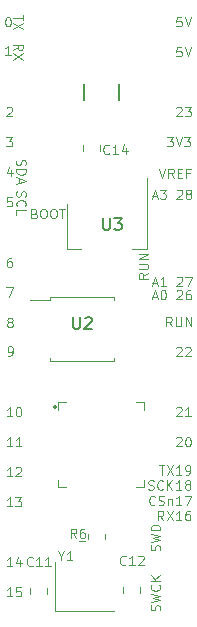
<source format=gto>
%TF.GenerationSoftware,KiCad,Pcbnew,(6.0.4)*%
%TF.CreationDate,2022-11-10T18:02:23+09:00*%
%TF.ProjectId,rp2040-test,72703230-3430-42d7-9465-73742e6b6963,rev?*%
%TF.SameCoordinates,Original*%
%TF.FileFunction,Legend,Top*%
%TF.FilePolarity,Positive*%
%FSLAX46Y46*%
G04 Gerber Fmt 4.6, Leading zero omitted, Abs format (unit mm)*
G04 Created by KiCad (PCBNEW (6.0.4)) date 2022-11-10 18:02:23*
%MOMM*%
%LPD*%
G01*
G04 APERTURE LIST*
%ADD10C,0.120000*%
%ADD11C,0.150000*%
%ADD12C,0.200000*%
G04 APERTURE END LIST*
D10*
X116459000Y-76962000D02*
X116967000Y-76962000D01*
X123890285Y-42741904D02*
X124385523Y-42741904D01*
X124118857Y-43046666D01*
X124233142Y-43046666D01*
X124309333Y-43084761D01*
X124347428Y-43122857D01*
X124385523Y-43199047D01*
X124385523Y-43389523D01*
X124347428Y-43465714D01*
X124309333Y-43503809D01*
X124233142Y-43541904D01*
X124004571Y-43541904D01*
X123928380Y-43503809D01*
X123890285Y-43465714D01*
X124614095Y-42741904D02*
X124880761Y-43541904D01*
X125147428Y-42741904D01*
X125337904Y-42741904D02*
X125833142Y-42741904D01*
X125566476Y-43046666D01*
X125680761Y-43046666D01*
X125756952Y-43084761D01*
X125795047Y-43122857D01*
X125833142Y-43199047D01*
X125833142Y-43389523D01*
X125795047Y-43465714D01*
X125756952Y-43503809D01*
X125680761Y-43541904D01*
X125452190Y-43541904D01*
X125376000Y-43503809D01*
X125337904Y-43465714D01*
X123259809Y-82827619D02*
X123297904Y-82713333D01*
X123297904Y-82522857D01*
X123259809Y-82446666D01*
X123221714Y-82408571D01*
X123145523Y-82370476D01*
X123069333Y-82370476D01*
X122993142Y-82408571D01*
X122955047Y-82446666D01*
X122916952Y-82522857D01*
X122878857Y-82675238D01*
X122840761Y-82751428D01*
X122802666Y-82789523D01*
X122726476Y-82827619D01*
X122650285Y-82827619D01*
X122574095Y-82789523D01*
X122536000Y-82751428D01*
X122497904Y-82675238D01*
X122497904Y-82484761D01*
X122536000Y-82370476D01*
X122497904Y-82103809D02*
X123297904Y-81913333D01*
X122726476Y-81760952D01*
X123297904Y-81608571D01*
X122497904Y-81418095D01*
X123221714Y-80656190D02*
X123259809Y-80694285D01*
X123297904Y-80808571D01*
X123297904Y-80884761D01*
X123259809Y-80999047D01*
X123183619Y-81075238D01*
X123107428Y-81113333D01*
X122955047Y-81151428D01*
X122840761Y-81151428D01*
X122688380Y-81113333D01*
X122612190Y-81075238D01*
X122536000Y-80999047D01*
X122497904Y-80884761D01*
X122497904Y-80808571D01*
X122536000Y-80694285D01*
X122574095Y-80656190D01*
X123297904Y-80313333D02*
X122497904Y-80313333D01*
X123297904Y-79856190D02*
X122840761Y-80199047D01*
X122497904Y-79856190D02*
X122955047Y-80313333D01*
X110720333Y-52961904D02*
X110567952Y-52961904D01*
X110491761Y-53000000D01*
X110453666Y-53038095D01*
X110377476Y-53152380D01*
X110339380Y-53304761D01*
X110339380Y-53609523D01*
X110377476Y-53685714D01*
X110415571Y-53723809D01*
X110491761Y-53761904D01*
X110644142Y-53761904D01*
X110720333Y-53723809D01*
X110758428Y-53685714D01*
X110796523Y-53609523D01*
X110796523Y-53419047D01*
X110758428Y-53342857D01*
X110720333Y-53304761D01*
X110644142Y-53266666D01*
X110491761Y-53266666D01*
X110415571Y-53304761D01*
X110377476Y-53342857D01*
X110339380Y-53419047D01*
X110720333Y-45548571D02*
X110720333Y-46081904D01*
X110529857Y-45243809D02*
X110339380Y-45815238D01*
X110834619Y-45815238D01*
X110796523Y-68941904D02*
X110339380Y-68941904D01*
X110567952Y-68941904D02*
X110567952Y-68141904D01*
X110491761Y-68256190D01*
X110415571Y-68332380D01*
X110339380Y-68370476D01*
X111558428Y-68941904D02*
X111101285Y-68941904D01*
X111329857Y-68941904D02*
X111329857Y-68141904D01*
X111253666Y-68256190D01*
X111177476Y-68332380D01*
X111101285Y-68370476D01*
X110796523Y-71481904D02*
X110339380Y-71481904D01*
X110567952Y-71481904D02*
X110567952Y-70681904D01*
X110491761Y-70796190D01*
X110415571Y-70872380D01*
X110339380Y-70910476D01*
X111101285Y-70758095D02*
X111139380Y-70720000D01*
X111215571Y-70681904D01*
X111406047Y-70681904D01*
X111482238Y-70720000D01*
X111520333Y-70758095D01*
X111558428Y-70834285D01*
X111558428Y-70910476D01*
X111520333Y-71024761D01*
X111063190Y-71481904D01*
X111558428Y-71481904D01*
X123217190Y-45408904D02*
X123483857Y-46208904D01*
X123750523Y-45408904D01*
X124474333Y-46208904D02*
X124207666Y-45827952D01*
X124017190Y-46208904D02*
X124017190Y-45408904D01*
X124321952Y-45408904D01*
X124398142Y-45447000D01*
X124436238Y-45485095D01*
X124474333Y-45561285D01*
X124474333Y-45675571D01*
X124436238Y-45751761D01*
X124398142Y-45789857D01*
X124321952Y-45827952D01*
X124017190Y-45827952D01*
X124817190Y-45789857D02*
X125083857Y-45789857D01*
X125198142Y-46208904D02*
X124817190Y-46208904D01*
X124817190Y-45408904D01*
X125198142Y-45408904D01*
X125807666Y-45789857D02*
X125541000Y-45789857D01*
X125541000Y-46208904D02*
X125541000Y-45408904D01*
X125921952Y-45408904D01*
X110301285Y-55461904D02*
X110834619Y-55461904D01*
X110491761Y-56261904D01*
X110758428Y-47821904D02*
X110377476Y-47821904D01*
X110339380Y-48202857D01*
X110377476Y-48164761D01*
X110453666Y-48126666D01*
X110644142Y-48126666D01*
X110720333Y-48164761D01*
X110758428Y-48202857D01*
X110796523Y-48279047D01*
X110796523Y-48469523D01*
X110758428Y-48545714D01*
X110720333Y-48583809D01*
X110644142Y-48621904D01*
X110453666Y-48621904D01*
X110377476Y-48583809D01*
X110339380Y-48545714D01*
X122281904Y-54265380D02*
X121900952Y-54532047D01*
X122281904Y-54722523D02*
X121481904Y-54722523D01*
X121481904Y-54417761D01*
X121520000Y-54341571D01*
X121558095Y-54303476D01*
X121634285Y-54265380D01*
X121748571Y-54265380D01*
X121824761Y-54303476D01*
X121862857Y-54341571D01*
X121900952Y-54417761D01*
X121900952Y-54722523D01*
X121481904Y-53922523D02*
X122129523Y-53922523D01*
X122205714Y-53884428D01*
X122243809Y-53846333D01*
X122281904Y-53770142D01*
X122281904Y-53617761D01*
X122243809Y-53541571D01*
X122205714Y-53503476D01*
X122129523Y-53465380D01*
X121481904Y-53465380D01*
X122281904Y-53084428D02*
X121481904Y-53084428D01*
X122281904Y-52627285D01*
X121481904Y-52627285D01*
X110890095Y-35396619D02*
X111271047Y-35129952D01*
X110890095Y-34939476D02*
X111690095Y-34939476D01*
X111690095Y-35244238D01*
X111652000Y-35320428D01*
X111613904Y-35358523D01*
X111537714Y-35396619D01*
X111423428Y-35396619D01*
X111347238Y-35358523D01*
X111309142Y-35320428D01*
X111271047Y-35244238D01*
X111271047Y-34939476D01*
X111690095Y-35663285D02*
X110890095Y-36196619D01*
X111690095Y-36196619D02*
X110890095Y-35663285D01*
X123259809Y-77747619D02*
X123297904Y-77633333D01*
X123297904Y-77442857D01*
X123259809Y-77366666D01*
X123221714Y-77328571D01*
X123145523Y-77290476D01*
X123069333Y-77290476D01*
X122993142Y-77328571D01*
X122955047Y-77366666D01*
X122916952Y-77442857D01*
X122878857Y-77595238D01*
X122840761Y-77671428D01*
X122802666Y-77709523D01*
X122726476Y-77747619D01*
X122650285Y-77747619D01*
X122574095Y-77709523D01*
X122536000Y-77671428D01*
X122497904Y-77595238D01*
X122497904Y-77404761D01*
X122536000Y-77290476D01*
X122497904Y-77023809D02*
X123297904Y-76833333D01*
X122726476Y-76680952D01*
X123297904Y-76528571D01*
X122497904Y-76338095D01*
X123297904Y-76033333D02*
X122497904Y-76033333D01*
X122497904Y-75842857D01*
X122536000Y-75728571D01*
X122612190Y-75652380D01*
X122688380Y-75614285D01*
X122840761Y-75576190D01*
X122955047Y-75576190D01*
X123107428Y-75614285D01*
X123183619Y-75652380D01*
X123259809Y-75728571D01*
X123297904Y-75842857D01*
X123297904Y-76033333D01*
X110339380Y-40278095D02*
X110377476Y-40240000D01*
X110453666Y-40201904D01*
X110644142Y-40201904D01*
X110720333Y-40240000D01*
X110758428Y-40278095D01*
X110796523Y-40354285D01*
X110796523Y-40430476D01*
X110758428Y-40544761D01*
X110301285Y-41001904D01*
X110796523Y-41001904D01*
X112676142Y-49218857D02*
X112790428Y-49256952D01*
X112828523Y-49295047D01*
X112866619Y-49371238D01*
X112866619Y-49485523D01*
X112828523Y-49561714D01*
X112790428Y-49599809D01*
X112714238Y-49637904D01*
X112409476Y-49637904D01*
X112409476Y-48837904D01*
X112676142Y-48837904D01*
X112752333Y-48876000D01*
X112790428Y-48914095D01*
X112828523Y-48990285D01*
X112828523Y-49066476D01*
X112790428Y-49142666D01*
X112752333Y-49180761D01*
X112676142Y-49218857D01*
X112409476Y-49218857D01*
X113361857Y-48837904D02*
X113514238Y-48837904D01*
X113590428Y-48876000D01*
X113666619Y-48952190D01*
X113704714Y-49104571D01*
X113704714Y-49371238D01*
X113666619Y-49523619D01*
X113590428Y-49599809D01*
X113514238Y-49637904D01*
X113361857Y-49637904D01*
X113285666Y-49599809D01*
X113209476Y-49523619D01*
X113171380Y-49371238D01*
X113171380Y-49104571D01*
X113209476Y-48952190D01*
X113285666Y-48876000D01*
X113361857Y-48837904D01*
X114199952Y-48837904D02*
X114352333Y-48837904D01*
X114428523Y-48876000D01*
X114504714Y-48952190D01*
X114542809Y-49104571D01*
X114542809Y-49371238D01*
X114504714Y-49523619D01*
X114428523Y-49599809D01*
X114352333Y-49637904D01*
X114199952Y-49637904D01*
X114123761Y-49599809D01*
X114047571Y-49523619D01*
X114009476Y-49371238D01*
X114009476Y-49104571D01*
X114047571Y-48952190D01*
X114123761Y-48876000D01*
X114199952Y-48837904D01*
X114771380Y-48837904D02*
X115228523Y-48837904D01*
X114999952Y-49637904D02*
X114999952Y-48837904D01*
X111182190Y-47347380D02*
X111144095Y-47461666D01*
X111144095Y-47652142D01*
X111182190Y-47728333D01*
X111220285Y-47766428D01*
X111296476Y-47804523D01*
X111372666Y-47804523D01*
X111448857Y-47766428D01*
X111486952Y-47728333D01*
X111525047Y-47652142D01*
X111563142Y-47499761D01*
X111601238Y-47423571D01*
X111639333Y-47385476D01*
X111715523Y-47347380D01*
X111791714Y-47347380D01*
X111867904Y-47385476D01*
X111906000Y-47423571D01*
X111944095Y-47499761D01*
X111944095Y-47690238D01*
X111906000Y-47804523D01*
X111220285Y-48604523D02*
X111182190Y-48566428D01*
X111144095Y-48452142D01*
X111144095Y-48375952D01*
X111182190Y-48261666D01*
X111258380Y-48185476D01*
X111334571Y-48147380D01*
X111486952Y-48109285D01*
X111601238Y-48109285D01*
X111753619Y-48147380D01*
X111829809Y-48185476D01*
X111906000Y-48261666D01*
X111944095Y-48375952D01*
X111944095Y-48452142D01*
X111906000Y-48566428D01*
X111867904Y-48604523D01*
X111144095Y-49328333D02*
X111144095Y-48947380D01*
X111944095Y-48947380D01*
X123213952Y-70527904D02*
X123671095Y-70527904D01*
X123442523Y-71327904D02*
X123442523Y-70527904D01*
X123861571Y-70527904D02*
X124394904Y-71327904D01*
X124394904Y-70527904D02*
X123861571Y-71327904D01*
X125118714Y-71327904D02*
X124661571Y-71327904D01*
X124890142Y-71327904D02*
X124890142Y-70527904D01*
X124813952Y-70642190D01*
X124737761Y-70718380D01*
X124661571Y-70756476D01*
X125499666Y-71327904D02*
X125652047Y-71327904D01*
X125728238Y-71289809D01*
X125766333Y-71251714D01*
X125842523Y-71137428D01*
X125880619Y-70985047D01*
X125880619Y-70680285D01*
X125842523Y-70604095D01*
X125804428Y-70566000D01*
X125728238Y-70527904D01*
X125575857Y-70527904D01*
X125499666Y-70566000D01*
X125461571Y-70604095D01*
X125423476Y-70680285D01*
X125423476Y-70870761D01*
X125461571Y-70946952D01*
X125499666Y-70985047D01*
X125575857Y-71023142D01*
X125728238Y-71023142D01*
X125804428Y-70985047D01*
X125842523Y-70946952D01*
X125880619Y-70870761D01*
X122299666Y-72577809D02*
X122413952Y-72615904D01*
X122604428Y-72615904D01*
X122680619Y-72577809D01*
X122718714Y-72539714D01*
X122756809Y-72463523D01*
X122756809Y-72387333D01*
X122718714Y-72311142D01*
X122680619Y-72273047D01*
X122604428Y-72234952D01*
X122452047Y-72196857D01*
X122375857Y-72158761D01*
X122337761Y-72120666D01*
X122299666Y-72044476D01*
X122299666Y-71968285D01*
X122337761Y-71892095D01*
X122375857Y-71854000D01*
X122452047Y-71815904D01*
X122642523Y-71815904D01*
X122756809Y-71854000D01*
X123556809Y-72539714D02*
X123518714Y-72577809D01*
X123404428Y-72615904D01*
X123328238Y-72615904D01*
X123213952Y-72577809D01*
X123137761Y-72501619D01*
X123099666Y-72425428D01*
X123061571Y-72273047D01*
X123061571Y-72158761D01*
X123099666Y-72006380D01*
X123137761Y-71930190D01*
X123213952Y-71854000D01*
X123328238Y-71815904D01*
X123404428Y-71815904D01*
X123518714Y-71854000D01*
X123556809Y-71892095D01*
X123899666Y-72615904D02*
X123899666Y-71815904D01*
X124356809Y-72615904D02*
X124013952Y-72158761D01*
X124356809Y-71815904D02*
X123899666Y-72273047D01*
X125118714Y-72615904D02*
X124661571Y-72615904D01*
X124890142Y-72615904D02*
X124890142Y-71815904D01*
X124813952Y-71930190D01*
X124737761Y-72006380D01*
X124661571Y-72044476D01*
X125575857Y-72158761D02*
X125499666Y-72120666D01*
X125461571Y-72082571D01*
X125423476Y-72006380D01*
X125423476Y-71968285D01*
X125461571Y-71892095D01*
X125499666Y-71854000D01*
X125575857Y-71815904D01*
X125728238Y-71815904D01*
X125804428Y-71854000D01*
X125842523Y-71892095D01*
X125880619Y-71968285D01*
X125880619Y-72006380D01*
X125842523Y-72082571D01*
X125804428Y-72120666D01*
X125728238Y-72158761D01*
X125575857Y-72158761D01*
X125499666Y-72196857D01*
X125461571Y-72234952D01*
X125423476Y-72311142D01*
X125423476Y-72463523D01*
X125461571Y-72539714D01*
X125499666Y-72577809D01*
X125575857Y-72615904D01*
X125728238Y-72615904D01*
X125804428Y-72577809D01*
X125842523Y-72539714D01*
X125880619Y-72463523D01*
X125880619Y-72311142D01*
X125842523Y-72234952D01*
X125804428Y-72196857D01*
X125728238Y-72158761D01*
X122871095Y-73827714D02*
X122833000Y-73865809D01*
X122718714Y-73903904D01*
X122642523Y-73903904D01*
X122528238Y-73865809D01*
X122452047Y-73789619D01*
X122413952Y-73713428D01*
X122375857Y-73561047D01*
X122375857Y-73446761D01*
X122413952Y-73294380D01*
X122452047Y-73218190D01*
X122528238Y-73142000D01*
X122642523Y-73103904D01*
X122718714Y-73103904D01*
X122833000Y-73142000D01*
X122871095Y-73180095D01*
X123175857Y-73865809D02*
X123290142Y-73903904D01*
X123480619Y-73903904D01*
X123556809Y-73865809D01*
X123594904Y-73827714D01*
X123633000Y-73751523D01*
X123633000Y-73675333D01*
X123594904Y-73599142D01*
X123556809Y-73561047D01*
X123480619Y-73522952D01*
X123328238Y-73484857D01*
X123252047Y-73446761D01*
X123213952Y-73408666D01*
X123175857Y-73332476D01*
X123175857Y-73256285D01*
X123213952Y-73180095D01*
X123252047Y-73142000D01*
X123328238Y-73103904D01*
X123518714Y-73103904D01*
X123633000Y-73142000D01*
X123975857Y-73370571D02*
X123975857Y-73903904D01*
X123975857Y-73446761D02*
X124013952Y-73408666D01*
X124090142Y-73370571D01*
X124204428Y-73370571D01*
X124280619Y-73408666D01*
X124318714Y-73484857D01*
X124318714Y-73903904D01*
X125118714Y-73903904D02*
X124661571Y-73903904D01*
X124890142Y-73903904D02*
X124890142Y-73103904D01*
X124813952Y-73218190D01*
X124737761Y-73294380D01*
X124661571Y-73332476D01*
X125385380Y-73103904D02*
X125918714Y-73103904D01*
X125575857Y-73903904D01*
X123594904Y-75191904D02*
X123328238Y-74810952D01*
X123137761Y-75191904D02*
X123137761Y-74391904D01*
X123442523Y-74391904D01*
X123518714Y-74430000D01*
X123556809Y-74468095D01*
X123594904Y-74544285D01*
X123594904Y-74658571D01*
X123556809Y-74734761D01*
X123518714Y-74772857D01*
X123442523Y-74810952D01*
X123137761Y-74810952D01*
X123861571Y-74391904D02*
X124394904Y-75191904D01*
X124394904Y-74391904D02*
X123861571Y-75191904D01*
X125118714Y-75191904D02*
X124661571Y-75191904D01*
X124890142Y-75191904D02*
X124890142Y-74391904D01*
X124813952Y-74506190D01*
X124737761Y-74582380D01*
X124661571Y-74620476D01*
X125804428Y-74391904D02*
X125652047Y-74391904D01*
X125575857Y-74430000D01*
X125537761Y-74468095D01*
X125461571Y-74582380D01*
X125423476Y-74734761D01*
X125423476Y-75039523D01*
X125461571Y-75115714D01*
X125499666Y-75153809D01*
X125575857Y-75191904D01*
X125728238Y-75191904D01*
X125804428Y-75153809D01*
X125842523Y-75115714D01*
X125880619Y-75039523D01*
X125880619Y-74849047D01*
X125842523Y-74772857D01*
X125804428Y-74734761D01*
X125728238Y-74696666D01*
X125575857Y-74696666D01*
X125499666Y-74734761D01*
X125461571Y-74772857D01*
X125423476Y-74849047D01*
X122658380Y-55124333D02*
X123039333Y-55124333D01*
X122582190Y-55352904D02*
X122848857Y-54552904D01*
X123115523Y-55352904D01*
X123801238Y-55352904D02*
X123344095Y-55352904D01*
X123572666Y-55352904D02*
X123572666Y-54552904D01*
X123496476Y-54667190D01*
X123420285Y-54743380D01*
X123344095Y-54781476D01*
X124715523Y-54629095D02*
X124753619Y-54591000D01*
X124829809Y-54552904D01*
X125020285Y-54552904D01*
X125096476Y-54591000D01*
X125134571Y-54629095D01*
X125172666Y-54705285D01*
X125172666Y-54781476D01*
X125134571Y-54895761D01*
X124677428Y-55352904D01*
X125172666Y-55352904D01*
X125439333Y-54552904D02*
X125972666Y-54552904D01*
X125629809Y-55352904D01*
X125109428Y-32581904D02*
X124728476Y-32581904D01*
X124690380Y-32962857D01*
X124728476Y-32924761D01*
X124804666Y-32886666D01*
X124995142Y-32886666D01*
X125071333Y-32924761D01*
X125109428Y-32962857D01*
X125147523Y-33039047D01*
X125147523Y-33229523D01*
X125109428Y-33305714D01*
X125071333Y-33343809D01*
X124995142Y-33381904D01*
X124804666Y-33381904D01*
X124728476Y-33343809D01*
X124690380Y-33305714D01*
X125376095Y-32581904D02*
X125642761Y-33381904D01*
X125909428Y-32581904D01*
X110532761Y-58394761D02*
X110456571Y-58356666D01*
X110418476Y-58318571D01*
X110380380Y-58242380D01*
X110380380Y-58204285D01*
X110418476Y-58128095D01*
X110456571Y-58090000D01*
X110532761Y-58051904D01*
X110685142Y-58051904D01*
X110761333Y-58090000D01*
X110799428Y-58128095D01*
X110837523Y-58204285D01*
X110837523Y-58242380D01*
X110799428Y-58318571D01*
X110761333Y-58356666D01*
X110685142Y-58394761D01*
X110532761Y-58394761D01*
X110456571Y-58432857D01*
X110418476Y-58470952D01*
X110380380Y-58547142D01*
X110380380Y-58699523D01*
X110418476Y-58775714D01*
X110456571Y-58813809D01*
X110532761Y-58851904D01*
X110685142Y-58851904D01*
X110761333Y-58813809D01*
X110799428Y-58775714D01*
X110837523Y-58699523D01*
X110837523Y-58547142D01*
X110799428Y-58470952D01*
X110761333Y-58432857D01*
X110685142Y-58394761D01*
X122658380Y-56267333D02*
X123039333Y-56267333D01*
X122582190Y-56495904D02*
X122848857Y-55695904D01*
X123115523Y-56495904D01*
X123534571Y-55695904D02*
X123610761Y-55695904D01*
X123686952Y-55734000D01*
X123725047Y-55772095D01*
X123763142Y-55848285D01*
X123801238Y-56000666D01*
X123801238Y-56191142D01*
X123763142Y-56343523D01*
X123725047Y-56419714D01*
X123686952Y-56457809D01*
X123610761Y-56495904D01*
X123534571Y-56495904D01*
X123458380Y-56457809D01*
X123420285Y-56419714D01*
X123382190Y-56343523D01*
X123344095Y-56191142D01*
X123344095Y-56000666D01*
X123382190Y-55848285D01*
X123420285Y-55772095D01*
X123458380Y-55734000D01*
X123534571Y-55695904D01*
X124715523Y-55772095D02*
X124753619Y-55734000D01*
X124829809Y-55695904D01*
X125020285Y-55695904D01*
X125096476Y-55734000D01*
X125134571Y-55772095D01*
X125172666Y-55848285D01*
X125172666Y-55924476D01*
X125134571Y-56038761D01*
X124677428Y-56495904D01*
X125172666Y-56495904D01*
X125858380Y-55695904D02*
X125706000Y-55695904D01*
X125629809Y-55734000D01*
X125591714Y-55772095D01*
X125515523Y-55886380D01*
X125477428Y-56038761D01*
X125477428Y-56343523D01*
X125515523Y-56419714D01*
X125553619Y-56457809D01*
X125629809Y-56495904D01*
X125782190Y-56495904D01*
X125858380Y-56457809D01*
X125896476Y-56419714D01*
X125934571Y-56343523D01*
X125934571Y-56153047D01*
X125896476Y-56076857D01*
X125858380Y-56038761D01*
X125782190Y-56000666D01*
X125629809Y-56000666D01*
X125553619Y-56038761D01*
X125515523Y-56076857D01*
X125477428Y-56153047D01*
X110402857Y-32581904D02*
X110479047Y-32581904D01*
X110555238Y-32620000D01*
X110593333Y-32658095D01*
X110631428Y-32734285D01*
X110669523Y-32886666D01*
X110669523Y-33077142D01*
X110631428Y-33229523D01*
X110593333Y-33305714D01*
X110555238Y-33343809D01*
X110479047Y-33381904D01*
X110402857Y-33381904D01*
X110326666Y-33343809D01*
X110288571Y-33305714D01*
X110250476Y-33229523D01*
X110212380Y-33077142D01*
X110212380Y-32886666D01*
X110250476Y-32734285D01*
X110288571Y-32658095D01*
X110326666Y-32620000D01*
X110402857Y-32581904D01*
X110796523Y-81641904D02*
X110339380Y-81641904D01*
X110567952Y-81641904D02*
X110567952Y-80841904D01*
X110491761Y-80956190D01*
X110415571Y-81032380D01*
X110339380Y-81070476D01*
X111520333Y-80841904D02*
X111139380Y-80841904D01*
X111101285Y-81222857D01*
X111139380Y-81184761D01*
X111215571Y-81146666D01*
X111406047Y-81146666D01*
X111482238Y-81184761D01*
X111520333Y-81222857D01*
X111558428Y-81299047D01*
X111558428Y-81489523D01*
X111520333Y-81565714D01*
X111482238Y-81603809D01*
X111406047Y-81641904D01*
X111215571Y-81641904D01*
X111139380Y-81603809D01*
X111101285Y-81565714D01*
X124690380Y-65678095D02*
X124728476Y-65640000D01*
X124804666Y-65601904D01*
X124995142Y-65601904D01*
X125071333Y-65640000D01*
X125109428Y-65678095D01*
X125147523Y-65754285D01*
X125147523Y-65830476D01*
X125109428Y-65944761D01*
X124652285Y-66401904D01*
X125147523Y-66401904D01*
X125909428Y-66401904D02*
X125452285Y-66401904D01*
X125680857Y-66401904D02*
X125680857Y-65601904D01*
X125604666Y-65716190D01*
X125528476Y-65792380D01*
X125452285Y-65830476D01*
X110796523Y-79101904D02*
X110339380Y-79101904D01*
X110567952Y-79101904D02*
X110567952Y-78301904D01*
X110491761Y-78416190D01*
X110415571Y-78492380D01*
X110339380Y-78530476D01*
X111482238Y-78568571D02*
X111482238Y-79101904D01*
X111291761Y-78263809D02*
X111101285Y-78835238D01*
X111596523Y-78835238D01*
X111182190Y-44680380D02*
X111144095Y-44794666D01*
X111144095Y-44985142D01*
X111182190Y-45061333D01*
X111220285Y-45099428D01*
X111296476Y-45137523D01*
X111372666Y-45137523D01*
X111448857Y-45099428D01*
X111486952Y-45061333D01*
X111525047Y-44985142D01*
X111563142Y-44832761D01*
X111601238Y-44756571D01*
X111639333Y-44718476D01*
X111715523Y-44680380D01*
X111791714Y-44680380D01*
X111867904Y-44718476D01*
X111906000Y-44756571D01*
X111944095Y-44832761D01*
X111944095Y-45023238D01*
X111906000Y-45137523D01*
X111144095Y-45480380D02*
X111944095Y-45480380D01*
X111944095Y-45670857D01*
X111906000Y-45785142D01*
X111829809Y-45861333D01*
X111753619Y-45899428D01*
X111601238Y-45937523D01*
X111486952Y-45937523D01*
X111334571Y-45899428D01*
X111258380Y-45861333D01*
X111182190Y-45785142D01*
X111144095Y-45670857D01*
X111144095Y-45480380D01*
X111372666Y-46242285D02*
X111372666Y-46623238D01*
X111144095Y-46166095D02*
X111944095Y-46432761D01*
X111144095Y-46699428D01*
X110669523Y-35794904D02*
X110212380Y-35794904D01*
X110440952Y-35794904D02*
X110440952Y-34994904D01*
X110364761Y-35109190D01*
X110288571Y-35185380D01*
X110212380Y-35223476D01*
X125109428Y-35121904D02*
X124728476Y-35121904D01*
X124690380Y-35502857D01*
X124728476Y-35464761D01*
X124804666Y-35426666D01*
X124995142Y-35426666D01*
X125071333Y-35464761D01*
X125109428Y-35502857D01*
X125147523Y-35579047D01*
X125147523Y-35769523D01*
X125109428Y-35845714D01*
X125071333Y-35883809D01*
X124995142Y-35921904D01*
X124804666Y-35921904D01*
X124728476Y-35883809D01*
X124690380Y-35845714D01*
X125376095Y-35121904D02*
X125642761Y-35921904D01*
X125909428Y-35121904D01*
X110796523Y-74021904D02*
X110339380Y-74021904D01*
X110567952Y-74021904D02*
X110567952Y-73221904D01*
X110491761Y-73336190D01*
X110415571Y-73412380D01*
X110339380Y-73450476D01*
X111063190Y-73221904D02*
X111558428Y-73221904D01*
X111291761Y-73526666D01*
X111406047Y-73526666D01*
X111482238Y-73564761D01*
X111520333Y-73602857D01*
X111558428Y-73679047D01*
X111558428Y-73869523D01*
X111520333Y-73945714D01*
X111482238Y-73983809D01*
X111406047Y-74021904D01*
X111177476Y-74021904D01*
X111101285Y-73983809D01*
X111063190Y-73945714D01*
X110466571Y-61271904D02*
X110618952Y-61271904D01*
X110695142Y-61233809D01*
X110733238Y-61195714D01*
X110809428Y-61081428D01*
X110847523Y-60929047D01*
X110847523Y-60624285D01*
X110809428Y-60548095D01*
X110771333Y-60510000D01*
X110695142Y-60471904D01*
X110542761Y-60471904D01*
X110466571Y-60510000D01*
X110428476Y-60548095D01*
X110390380Y-60624285D01*
X110390380Y-60814761D01*
X110428476Y-60890952D01*
X110466571Y-60929047D01*
X110542761Y-60967142D01*
X110695142Y-60967142D01*
X110771333Y-60929047D01*
X110809428Y-60890952D01*
X110847523Y-60814761D01*
X124690380Y-60598095D02*
X124728476Y-60560000D01*
X124804666Y-60521904D01*
X124995142Y-60521904D01*
X125071333Y-60560000D01*
X125109428Y-60598095D01*
X125147523Y-60674285D01*
X125147523Y-60750476D01*
X125109428Y-60864761D01*
X124652285Y-61321904D01*
X125147523Y-61321904D01*
X125452285Y-60598095D02*
X125490380Y-60560000D01*
X125566571Y-60521904D01*
X125757047Y-60521904D01*
X125833238Y-60560000D01*
X125871333Y-60598095D01*
X125909428Y-60674285D01*
X125909428Y-60750476D01*
X125871333Y-60864761D01*
X125414190Y-61321904D01*
X125909428Y-61321904D01*
X122658380Y-47758333D02*
X123039333Y-47758333D01*
X122582190Y-47986904D02*
X122848857Y-47186904D01*
X123115523Y-47986904D01*
X123306000Y-47186904D02*
X123801238Y-47186904D01*
X123534571Y-47491666D01*
X123648857Y-47491666D01*
X123725047Y-47529761D01*
X123763142Y-47567857D01*
X123801238Y-47644047D01*
X123801238Y-47834523D01*
X123763142Y-47910714D01*
X123725047Y-47948809D01*
X123648857Y-47986904D01*
X123420285Y-47986904D01*
X123344095Y-47948809D01*
X123306000Y-47910714D01*
X124715523Y-47263095D02*
X124753619Y-47225000D01*
X124829809Y-47186904D01*
X125020285Y-47186904D01*
X125096476Y-47225000D01*
X125134571Y-47263095D01*
X125172666Y-47339285D01*
X125172666Y-47415476D01*
X125134571Y-47529761D01*
X124677428Y-47986904D01*
X125172666Y-47986904D01*
X125629809Y-47529761D02*
X125553619Y-47491666D01*
X125515523Y-47453571D01*
X125477428Y-47377380D01*
X125477428Y-47339285D01*
X125515523Y-47263095D01*
X125553619Y-47225000D01*
X125629809Y-47186904D01*
X125782190Y-47186904D01*
X125858380Y-47225000D01*
X125896476Y-47263095D01*
X125934571Y-47339285D01*
X125934571Y-47377380D01*
X125896476Y-47453571D01*
X125858380Y-47491666D01*
X125782190Y-47529761D01*
X125629809Y-47529761D01*
X125553619Y-47567857D01*
X125515523Y-47605952D01*
X125477428Y-47682142D01*
X125477428Y-47834523D01*
X125515523Y-47910714D01*
X125553619Y-47948809D01*
X125629809Y-47986904D01*
X125782190Y-47986904D01*
X125858380Y-47948809D01*
X125896476Y-47910714D01*
X125934571Y-47834523D01*
X125934571Y-47682142D01*
X125896476Y-47605952D01*
X125858380Y-47567857D01*
X125782190Y-47529761D01*
X124690380Y-40278095D02*
X124728476Y-40240000D01*
X124804666Y-40201904D01*
X124995142Y-40201904D01*
X125071333Y-40240000D01*
X125109428Y-40278095D01*
X125147523Y-40354285D01*
X125147523Y-40430476D01*
X125109428Y-40544761D01*
X124652285Y-41001904D01*
X125147523Y-41001904D01*
X125414190Y-40201904D02*
X125909428Y-40201904D01*
X125642761Y-40506666D01*
X125757047Y-40506666D01*
X125833238Y-40544761D01*
X125871333Y-40582857D01*
X125909428Y-40659047D01*
X125909428Y-40849523D01*
X125871333Y-40925714D01*
X125833238Y-40963809D01*
X125757047Y-41001904D01*
X125528476Y-41001904D01*
X125452285Y-40963809D01*
X125414190Y-40925714D01*
X111690095Y-32412190D02*
X111690095Y-32869333D01*
X110890095Y-32640761D02*
X111690095Y-32640761D01*
X111690095Y-33059809D02*
X110890095Y-33593142D01*
X111690095Y-33593142D02*
X110890095Y-33059809D01*
X110796523Y-66401904D02*
X110339380Y-66401904D01*
X110567952Y-66401904D02*
X110567952Y-65601904D01*
X110491761Y-65716190D01*
X110415571Y-65792380D01*
X110339380Y-65830476D01*
X111291761Y-65601904D02*
X111367952Y-65601904D01*
X111444142Y-65640000D01*
X111482238Y-65678095D01*
X111520333Y-65754285D01*
X111558428Y-65906666D01*
X111558428Y-66097142D01*
X111520333Y-66249523D01*
X111482238Y-66325714D01*
X111444142Y-66363809D01*
X111367952Y-66401904D01*
X111291761Y-66401904D01*
X111215571Y-66363809D01*
X111177476Y-66325714D01*
X111139380Y-66249523D01*
X111101285Y-66097142D01*
X111101285Y-65906666D01*
X111139380Y-65754285D01*
X111177476Y-65678095D01*
X111215571Y-65640000D01*
X111291761Y-65601904D01*
X110301285Y-42741904D02*
X110796523Y-42741904D01*
X110529857Y-43046666D01*
X110644142Y-43046666D01*
X110720333Y-43084761D01*
X110758428Y-43122857D01*
X110796523Y-43199047D01*
X110796523Y-43389523D01*
X110758428Y-43465714D01*
X110720333Y-43503809D01*
X110644142Y-43541904D01*
X110415571Y-43541904D01*
X110339380Y-43503809D01*
X110301285Y-43465714D01*
X124296619Y-58781904D02*
X124029952Y-58400952D01*
X123839476Y-58781904D02*
X123839476Y-57981904D01*
X124144238Y-57981904D01*
X124220428Y-58020000D01*
X124258523Y-58058095D01*
X124296619Y-58134285D01*
X124296619Y-58248571D01*
X124258523Y-58324761D01*
X124220428Y-58362857D01*
X124144238Y-58400952D01*
X123839476Y-58400952D01*
X124639476Y-57981904D02*
X124639476Y-58629523D01*
X124677571Y-58705714D01*
X124715666Y-58743809D01*
X124791857Y-58781904D01*
X124944238Y-58781904D01*
X125020428Y-58743809D01*
X125058523Y-58705714D01*
X125096619Y-58629523D01*
X125096619Y-57981904D01*
X125477571Y-58781904D02*
X125477571Y-57981904D01*
X125934714Y-58781904D01*
X125934714Y-57981904D01*
X124690380Y-68218095D02*
X124728476Y-68180000D01*
X124804666Y-68141904D01*
X124995142Y-68141904D01*
X125071333Y-68180000D01*
X125109428Y-68218095D01*
X125147523Y-68294285D01*
X125147523Y-68370476D01*
X125109428Y-68484761D01*
X124652285Y-68941904D01*
X125147523Y-68941904D01*
X125642761Y-68141904D02*
X125718952Y-68141904D01*
X125795142Y-68180000D01*
X125833238Y-68218095D01*
X125871333Y-68294285D01*
X125909428Y-68446666D01*
X125909428Y-68637142D01*
X125871333Y-68789523D01*
X125833238Y-68865714D01*
X125795142Y-68903809D01*
X125718952Y-68941904D01*
X125642761Y-68941904D01*
X125566571Y-68903809D01*
X125528476Y-68865714D01*
X125490380Y-68789523D01*
X125452285Y-68637142D01*
X125452285Y-68446666D01*
X125490380Y-68294285D01*
X125528476Y-68218095D01*
X125566571Y-68180000D01*
X125642761Y-68141904D01*
%TO.C,R6*%
X116198666Y-76688904D02*
X115932000Y-76307952D01*
X115741523Y-76688904D02*
X115741523Y-75888904D01*
X116046285Y-75888904D01*
X116122476Y-75927000D01*
X116160571Y-75965095D01*
X116198666Y-76041285D01*
X116198666Y-76155571D01*
X116160571Y-76231761D01*
X116122476Y-76269857D01*
X116046285Y-76307952D01*
X115741523Y-76307952D01*
X116884380Y-75888904D02*
X116732000Y-75888904D01*
X116655809Y-75927000D01*
X116617714Y-75965095D01*
X116541523Y-76079380D01*
X116503428Y-76231761D01*
X116503428Y-76536523D01*
X116541523Y-76612714D01*
X116579619Y-76650809D01*
X116655809Y-76688904D01*
X116808190Y-76688904D01*
X116884380Y-76650809D01*
X116922476Y-76612714D01*
X116960571Y-76536523D01*
X116960571Y-76346047D01*
X116922476Y-76269857D01*
X116884380Y-76231761D01*
X116808190Y-76193666D01*
X116655809Y-76193666D01*
X116579619Y-76231761D01*
X116541523Y-76269857D01*
X116503428Y-76346047D01*
%TO.C,C11*%
X112515714Y-79025714D02*
X112477619Y-79063809D01*
X112363333Y-79101904D01*
X112287142Y-79101904D01*
X112172857Y-79063809D01*
X112096666Y-78987619D01*
X112058571Y-78911428D01*
X112020476Y-78759047D01*
X112020476Y-78644761D01*
X112058571Y-78492380D01*
X112096666Y-78416190D01*
X112172857Y-78340000D01*
X112287142Y-78301904D01*
X112363333Y-78301904D01*
X112477619Y-78340000D01*
X112515714Y-78378095D01*
X113277619Y-79101904D02*
X112820476Y-79101904D01*
X113049047Y-79101904D02*
X113049047Y-78301904D01*
X112972857Y-78416190D01*
X112896666Y-78492380D01*
X112820476Y-78530476D01*
X114039523Y-79101904D02*
X113582380Y-79101904D01*
X113810952Y-79101904D02*
X113810952Y-78301904D01*
X113734761Y-78416190D01*
X113658571Y-78492380D01*
X113582380Y-78530476D01*
D11*
%TO.C,U2*%
X115948095Y-57999380D02*
X115948095Y-58808904D01*
X115995714Y-58904142D01*
X116043333Y-58951761D01*
X116138571Y-58999380D01*
X116329047Y-58999380D01*
X116424285Y-58951761D01*
X116471904Y-58904142D01*
X116519523Y-58808904D01*
X116519523Y-57999380D01*
X116948095Y-58094619D02*
X116995714Y-58047000D01*
X117090952Y-57999380D01*
X117329047Y-57999380D01*
X117424285Y-58047000D01*
X117471904Y-58094619D01*
X117519523Y-58189857D01*
X117519523Y-58285095D01*
X117471904Y-58427952D01*
X116900476Y-58999380D01*
X117519523Y-58999380D01*
D10*
%TO.C,C12*%
X120389714Y-78898714D02*
X120351619Y-78936809D01*
X120237333Y-78974904D01*
X120161142Y-78974904D01*
X120046857Y-78936809D01*
X119970666Y-78860619D01*
X119932571Y-78784428D01*
X119894476Y-78632047D01*
X119894476Y-78517761D01*
X119932571Y-78365380D01*
X119970666Y-78289190D01*
X120046857Y-78213000D01*
X120161142Y-78174904D01*
X120237333Y-78174904D01*
X120351619Y-78213000D01*
X120389714Y-78251095D01*
X121151619Y-78974904D02*
X120694476Y-78974904D01*
X120923047Y-78974904D02*
X120923047Y-78174904D01*
X120846857Y-78289190D01*
X120770666Y-78365380D01*
X120694476Y-78403476D01*
X121456380Y-78251095D02*
X121494476Y-78213000D01*
X121570666Y-78174904D01*
X121761142Y-78174904D01*
X121837333Y-78213000D01*
X121875428Y-78251095D01*
X121913523Y-78327285D01*
X121913523Y-78403476D01*
X121875428Y-78517761D01*
X121418285Y-78974904D01*
X121913523Y-78974904D01*
%TO.C,C14*%
X118992714Y-44100714D02*
X118954619Y-44138809D01*
X118840333Y-44176904D01*
X118764142Y-44176904D01*
X118649857Y-44138809D01*
X118573666Y-44062619D01*
X118535571Y-43986428D01*
X118497476Y-43834047D01*
X118497476Y-43719761D01*
X118535571Y-43567380D01*
X118573666Y-43491190D01*
X118649857Y-43415000D01*
X118764142Y-43376904D01*
X118840333Y-43376904D01*
X118954619Y-43415000D01*
X118992714Y-43453095D01*
X119754619Y-44176904D02*
X119297476Y-44176904D01*
X119526047Y-44176904D02*
X119526047Y-43376904D01*
X119449857Y-43491190D01*
X119373666Y-43567380D01*
X119297476Y-43605476D01*
X120440333Y-43643571D02*
X120440333Y-44176904D01*
X120249857Y-43338809D02*
X120059380Y-43910238D01*
X120554619Y-43910238D01*
D11*
%TO.C,U3*%
X118491095Y-49617380D02*
X118491095Y-50426904D01*
X118538714Y-50522142D01*
X118586333Y-50569761D01*
X118681571Y-50617380D01*
X118872047Y-50617380D01*
X118967285Y-50569761D01*
X119014904Y-50522142D01*
X119062523Y-50426904D01*
X119062523Y-49617380D01*
X119443476Y-49617380D02*
X120062523Y-49617380D01*
X119729190Y-49998333D01*
X119872047Y-49998333D01*
X119967285Y-50045952D01*
X120014904Y-50093571D01*
X120062523Y-50188809D01*
X120062523Y-50426904D01*
X120014904Y-50522142D01*
X119967285Y-50569761D01*
X119872047Y-50617380D01*
X119586333Y-50617380D01*
X119491095Y-50569761D01*
X119443476Y-50522142D01*
D10*
%TO.C,Y1*%
X114935047Y-78212952D02*
X114935047Y-78593904D01*
X114668380Y-77793904D02*
X114935047Y-78212952D01*
X115201714Y-77793904D01*
X115887428Y-78593904D02*
X115430285Y-78593904D01*
X115658857Y-78593904D02*
X115658857Y-77793904D01*
X115582666Y-77908190D01*
X115506476Y-77984380D01*
X115430285Y-78022476D01*
%TO.C,R6*%
X118685000Y-76322936D02*
X118685000Y-76777064D01*
X117215000Y-76322936D02*
X117215000Y-76777064D01*
D12*
%TO.C,J1*%
X116850000Y-38250000D02*
X116875000Y-39600000D01*
X119850000Y-38250000D02*
X119850000Y-39600000D01*
D10*
%TO.C,U1*%
X121910000Y-72410000D02*
X121910000Y-71760000D01*
X121260000Y-72410000D02*
X121910000Y-72410000D01*
X114690000Y-65190000D02*
X114690000Y-65840000D01*
X121260000Y-65190000D02*
X121910000Y-65190000D01*
X115340000Y-65190000D02*
X114690000Y-65190000D01*
X115340000Y-72410000D02*
X114690000Y-72410000D01*
X114690000Y-72410000D02*
X114690000Y-71760000D01*
X121910000Y-65190000D02*
X121910000Y-65840000D01*
D12*
X114525000Y-65600000D02*
G75*
G03*
X114525000Y-65600000I-100000J0D01*
G01*
D10*
%TO.C,C11*%
X113735000Y-80938748D02*
X113735000Y-81461252D01*
X112265000Y-80938748D02*
X112265000Y-81461252D01*
%TO.C,U2*%
X119435000Y-61735000D02*
X119435000Y-61475000D01*
X116710000Y-56285000D02*
X119435000Y-56285000D01*
X116710000Y-56285000D02*
X113985000Y-56285000D01*
X119435000Y-56285000D02*
X119435000Y-56545000D01*
X116710000Y-61735000D02*
X119435000Y-61735000D01*
X113985000Y-56545000D02*
X112310000Y-56545000D01*
X116710000Y-61735000D02*
X113985000Y-61735000D01*
X113985000Y-61735000D02*
X113985000Y-61475000D01*
X113985000Y-56285000D02*
X113985000Y-56545000D01*
%TO.C,C12*%
X120165000Y-81361252D02*
X120165000Y-80838748D01*
X121635000Y-81361252D02*
X121635000Y-80838748D01*
%TO.C,C14*%
X116765000Y-43961252D02*
X116765000Y-43438748D01*
X118235000Y-43961252D02*
X118235000Y-43438748D01*
%TO.C,U3*%
X122210000Y-52210000D02*
X120950000Y-52210000D01*
X115390000Y-52210000D02*
X116650000Y-52210000D01*
X115390000Y-48450000D02*
X115390000Y-52210000D01*
X122210000Y-46200000D02*
X122210000Y-52210000D01*
%TO.C,Y1*%
X114400000Y-82900000D02*
X119400000Y-82900000D01*
X114400000Y-78700000D02*
X114400000Y-82900000D01*
%TD*%
M02*

</source>
